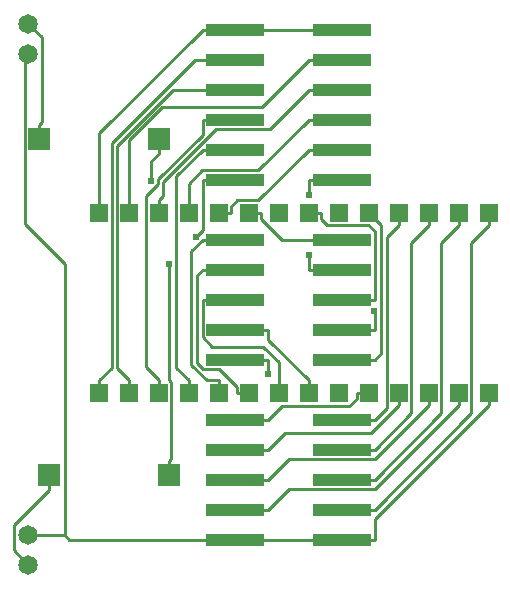
<source format=gbl>
G04 Layer: BottomLayer*
G04 EasyEDA v6.5.37, 2023-10-24 23:36:19*
G04 78d52bff66364ecaa542ea5132882577,2d72dfcb43d4463a83f972036e7af0db,10*
G04 Gerber Generator version 0.2*
G04 Scale: 100 percent, Rotated: No, Reflected: No *
G04 Dimensions in millimeters *
G04 leading zeros omitted , absolute positions ,4 integer and 5 decimal *
%FSLAX45Y45*%
%MOMM*%

%AMMACRO1*21,1,$1,$2,0,0,$3*%
%ADD10C,0.2540*%
%ADD11R,5.0000X1.0000*%
%ADD12MACRO1,1.8796X1.8796X0.0000*%
%ADD13R,1.8796X1.8796*%
%ADD14C,1.6510*%
%ADD15R,1.5240X1.5240*%
%ADD16C,0.6096*%
%ADD17C,0.0168*%

%LPD*%
D10*
X1193800Y1943107D02*
G01*
X1193800Y2047273D01*
X2349500Y4762507D02*
G01*
X2003958Y4762507D01*
X1302715Y4061264D01*
X1302715Y2156188D01*
X1193800Y2047273D01*
X3249498Y4762507D02*
G01*
X2971545Y4762507D01*
X2971545Y4762507D02*
G01*
X2572359Y4363321D01*
X1730044Y4363321D01*
X1447800Y4081076D01*
X1447800Y3467107D01*
X1447800Y1943107D02*
G01*
X1447800Y2047273D01*
X2349500Y4508507D02*
G01*
X1817598Y4508507D01*
X1343507Y4034416D01*
X1343507Y2151565D01*
X1447800Y2047273D01*
X1701800Y3467107D02*
G01*
X1701800Y3571273D01*
X1701800Y3571273D02*
G01*
X1736217Y3605690D01*
X1736217Y3727356D01*
X2185288Y4176428D01*
X2639466Y4176428D01*
X2971545Y4508507D01*
X3249498Y4508507D02*
G01*
X2971545Y4508507D01*
X1701800Y2047273D02*
G01*
X1591843Y2157229D01*
X1591843Y3605537D01*
X1695450Y3709144D01*
X1695450Y3752451D01*
X2071547Y4128549D01*
X2071547Y4254507D01*
X2349500Y4254507D02*
G01*
X2071547Y4254507D01*
X1701800Y1943107D02*
G01*
X1701800Y2047273D01*
X3249498Y4254507D02*
G01*
X2971545Y4254507D01*
X1955800Y3467107D02*
G01*
X1955800Y3711252D01*
X2069160Y3824612D01*
X2541650Y3824612D01*
X2971545Y4254507D01*
X2349500Y4000507D02*
G01*
X2071547Y4000507D01*
X1955800Y1943107D02*
G01*
X1955800Y2047273D01*
X1955800Y2047273D02*
G01*
X1846630Y2156442D01*
X1846630Y3775590D01*
X2071547Y4000507D01*
X3249498Y4000507D02*
G01*
X2971545Y4000507D01*
X2209800Y3467107D02*
G01*
X2313965Y3467107D01*
X2313965Y3467107D02*
G01*
X2313965Y3519203D01*
X2366162Y3571400D01*
X2542438Y3571400D01*
X2971545Y4000507D01*
X2209800Y1943107D02*
G01*
X2209800Y2047273D01*
X2349500Y3238507D02*
G01*
X2071547Y3238507D01*
X2071547Y3238507D02*
G01*
X1975104Y3142063D01*
X1975104Y2177803D01*
X2105634Y2047273D01*
X2209800Y2047273D01*
X2463800Y3467107D02*
G01*
X2567965Y3467107D01*
X3249498Y3238507D02*
G01*
X2744470Y3238507D01*
X2567965Y3415012D01*
X2567965Y3467107D01*
X2463800Y1943107D02*
G01*
X2359634Y1943107D01*
X2349500Y2984507D02*
G01*
X2071547Y2984507D01*
X2071547Y2984507D02*
G01*
X2023262Y2936222D01*
X2023262Y2194085D01*
X2072944Y2144402D01*
X2210409Y2144402D01*
X2359634Y1995177D01*
X2359634Y1943107D01*
X2971545Y2984533D02*
G01*
X2971545Y3108002D01*
X3249498Y2984533D02*
G01*
X2971545Y2984533D01*
X2349500Y2730507D02*
G01*
X2071547Y2730507D01*
X2071547Y2730507D02*
G01*
X2071446Y2730406D01*
X2071446Y2414887D01*
X2154732Y2331600D01*
X2585897Y2331600D01*
X2717800Y2199698D01*
X2717800Y1943107D01*
X3249498Y2730507D02*
G01*
X3527475Y2730507D01*
X2971800Y3467107D02*
G01*
X3075965Y3467107D01*
X3075965Y3467107D02*
G01*
X3075965Y3415012D01*
X3128162Y3362815D01*
X3473094Y3362815D01*
X3527602Y3308306D01*
X3527602Y2730634D01*
X3527475Y2730507D01*
X2971800Y1943107D02*
G01*
X2971800Y2047273D01*
X2349500Y2476507D02*
G01*
X2627477Y2476507D01*
X2627477Y2476507D02*
G01*
X2627477Y2391595D01*
X2971800Y2047273D01*
X3249498Y2476507D02*
G01*
X3527475Y2476507D01*
X3526180Y2638839D02*
G01*
X3527475Y2637543D01*
X3527475Y2476507D01*
X2627477Y2222507D02*
G01*
X2627477Y2099520D01*
X2349500Y2222507D02*
G01*
X2627477Y2222507D01*
X3527475Y2222533D02*
G01*
X3584727Y2279784D01*
X3584727Y3362180D01*
X3479800Y3467107D01*
X3249498Y2222533D02*
G01*
X3527475Y2222533D01*
X3479800Y1943107D02*
G01*
X3375634Y1943107D01*
X2349500Y1714507D02*
G01*
X2627477Y1714507D01*
X2627477Y1714507D02*
G01*
X2740406Y1827436D01*
X3312033Y1827436D01*
X3375634Y1891037D01*
X3375634Y1943107D01*
X3249498Y1714507D02*
G01*
X3527475Y1714507D01*
X3733774Y3467107D02*
G01*
X3733774Y3362942D01*
X3733774Y3362942D02*
G01*
X3629482Y3258649D01*
X3629482Y1816514D01*
X3527475Y1714507D01*
X2349500Y1460507D02*
G01*
X2627477Y1460507D01*
X3733774Y1943107D02*
G01*
X3733774Y1838942D01*
X3733774Y1838942D02*
G01*
X3496741Y1601909D01*
X2768879Y1601909D01*
X2627477Y1460507D01*
X3987800Y3467107D02*
G01*
X3987800Y3362942D01*
X3249498Y1460507D02*
G01*
X3527475Y1460507D01*
X3527475Y1460507D02*
G01*
X3838066Y1771098D01*
X3838066Y3213209D01*
X3987800Y3362942D01*
X2349500Y1206533D02*
G01*
X2627477Y1206533D01*
X3987800Y1943107D02*
G01*
X3987800Y1838942D01*
X3987800Y1838942D02*
G01*
X3531285Y1382428D01*
X2803372Y1382428D01*
X2627477Y1206533D01*
X4241800Y3467107D02*
G01*
X4241800Y3362942D01*
X3249498Y1206533D02*
G01*
X3527475Y1206533D01*
X3527475Y1206533D02*
G01*
X4092092Y1771149D01*
X4092092Y3213234D01*
X4241800Y3362942D01*
X2349500Y952533D02*
G01*
X2627477Y952533D01*
X4241800Y1943107D02*
G01*
X4241800Y1838942D01*
X4241800Y1838942D02*
G01*
X3531285Y1128428D01*
X2803372Y1128428D01*
X2627477Y952533D01*
X4495800Y3467107D02*
G01*
X4495800Y3362942D01*
X3249498Y952533D02*
G01*
X3527475Y952533D01*
X3527475Y952533D02*
G01*
X4346092Y1771149D01*
X4346092Y3213234D01*
X4495800Y3362942D01*
X1790700Y1244607D02*
G01*
X1790700Y1366553D01*
X2971545Y3746507D02*
G01*
X2971545Y3619914D01*
X3249498Y3746507D02*
G01*
X2971545Y3746507D01*
X1790700Y1366553D02*
G01*
X1806092Y1381945D01*
X1806092Y2030890D01*
X1787067Y2049914D01*
X1787067Y3035383D01*
X2349500Y3746507D02*
G01*
X2071547Y3746507D01*
X1701800Y4089407D02*
G01*
X1701800Y3967462D01*
X1636903Y3733426D02*
G01*
X1636903Y3902565D01*
X1701800Y3967462D01*
X2071547Y3746507D02*
G01*
X2071547Y3322835D01*
X2014448Y3265736D01*
X2349500Y5016507D02*
G01*
X3249498Y5016507D01*
X2210536Y5016507D02*
G01*
X2349500Y5016507D01*
X2210536Y5016507D02*
G01*
X2071547Y5016507D01*
X1193800Y3467107D02*
G01*
X1193800Y4138759D01*
X2071547Y5016507D01*
X904875Y736607D02*
G01*
X904875Y3028983D01*
X563727Y3370130D01*
X563727Y4780135D01*
X596900Y4813307D01*
X2349500Y698507D02*
G01*
X942975Y698507D01*
X904875Y736607D01*
X904875Y736607D02*
G01*
X596900Y736607D01*
X2488488Y698507D02*
G01*
X2349500Y698507D01*
X2488488Y698507D02*
G01*
X2627477Y698507D01*
X3249498Y698533D02*
G01*
X2627477Y698533D01*
X2627477Y698507D01*
X3388486Y698533D02*
G01*
X3249498Y698533D01*
X3388486Y698533D02*
G01*
X3527475Y698533D01*
X4495800Y1943107D02*
G01*
X4495800Y1838942D01*
X4495800Y1838942D02*
G01*
X3527475Y870618D01*
X3527475Y698533D01*
X774700Y1244607D02*
G01*
X774700Y1122662D01*
X774700Y1122662D02*
G01*
X471449Y819411D01*
X471449Y608058D01*
X596900Y482607D01*
X685800Y4089407D02*
G01*
X685800Y4211353D01*
X685800Y4211353D02*
G01*
X713028Y4238581D01*
X713028Y4951178D01*
X596900Y5067307D01*
D11*
G01*
X2349500Y4762500D03*
G01*
X2349500Y4508500D03*
G01*
X2349500Y4254500D03*
G01*
X2349500Y4000500D03*
G01*
X2349500Y3238500D03*
G01*
X2349500Y2984500D03*
G01*
X2349500Y2730500D03*
G01*
X2349500Y2476500D03*
G01*
X2349500Y2222500D03*
G01*
X2349500Y1714500D03*
G01*
X3249498Y1714500D03*
G01*
X3249498Y2222525D03*
G01*
X3249498Y2476500D03*
G01*
X3249498Y2730500D03*
G01*
X3249498Y2984525D03*
G01*
X3249498Y3238500D03*
G01*
X3249498Y4000500D03*
G01*
X3249498Y4254500D03*
G01*
X3249498Y4508500D03*
G01*
X3249498Y4762500D03*
G01*
X3249498Y5016500D03*
G01*
X2349500Y1460500D03*
G01*
X2349500Y1206525D03*
G01*
X2349500Y952525D03*
G01*
X2349500Y698500D03*
G01*
X3249498Y698525D03*
G01*
X3249498Y952525D03*
G01*
X3249498Y1206525D03*
G01*
X3249498Y1460500D03*
G01*
X2349500Y5016500D03*
G01*
X2349500Y3746500D03*
G01*
X3249498Y3746500D03*
D12*
G01*
X1790700Y1244600D03*
G01*
X774700Y1244600D03*
D13*
G01*
X685800Y4089400D03*
D12*
G01*
X1701800Y4089400D03*
D14*
G01*
X596900Y5067300D03*
G01*
X596900Y4813300D03*
G01*
X596900Y482600D03*
G01*
X596900Y736600D03*
D15*
G01*
X1193800Y1943100D03*
G01*
X1447800Y1943100D03*
G01*
X1701800Y1943100D03*
G01*
X1955800Y1943100D03*
G01*
X2209800Y1943100D03*
G01*
X2463800Y1943100D03*
G01*
X2717800Y1943100D03*
G01*
X2971800Y1943100D03*
G01*
X3225800Y1943100D03*
G01*
X3479800Y1943100D03*
G01*
X3733774Y1943100D03*
G01*
X3987800Y1943100D03*
G01*
X4241800Y1943100D03*
G01*
X4495800Y1943100D03*
G01*
X4495800Y3467100D03*
G01*
X4241800Y3467100D03*
G01*
X3987800Y3467100D03*
G01*
X3733774Y3467100D03*
G01*
X3479800Y3467100D03*
G01*
X3225800Y3467100D03*
G01*
X2971800Y3467100D03*
G01*
X2717800Y3467100D03*
G01*
X2463800Y3467100D03*
G01*
X2209800Y3467100D03*
G01*
X1955800Y3467100D03*
G01*
X1701800Y3467100D03*
G01*
X1447800Y3467100D03*
G01*
X1193800Y3467100D03*
D16*
G01*
X2971545Y3107994D03*
G01*
X3526180Y2638831D03*
G01*
X2627477Y2099513D03*
G01*
X2971545Y3619906D03*
G01*
X1787067Y3035376D03*
G01*
X1636903Y3733419D03*
G01*
X2014448Y3265728D03*
M02*

</source>
